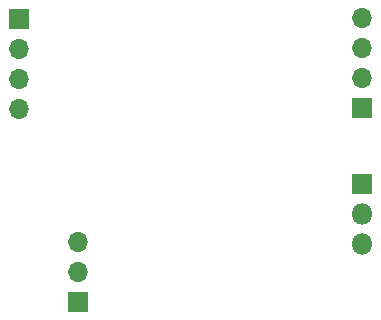
<source format=gbr>
%TF.GenerationSoftware,KiCad,Pcbnew,(5.1.9)-1*%
%TF.CreationDate,2023-08-30T23:21:40+03:00*%
%TF.ProjectId,uSoundGenerator,75536f75-6e64-4476-956e-657261746f72,rev?*%
%TF.SameCoordinates,Original*%
%TF.FileFunction,Copper,L2,Bot*%
%TF.FilePolarity,Positive*%
%FSLAX46Y46*%
G04 Gerber Fmt 4.6, Leading zero omitted, Abs format (unit mm)*
G04 Created by KiCad (PCBNEW (5.1.9)-1) date 2023-08-30 23:21:40*
%MOMM*%
%LPD*%
G01*
G04 APERTURE LIST*
%TA.AperFunction,ComponentPad*%
%ADD10O,1.800000X1.800000*%
%TD*%
%TA.AperFunction,ComponentPad*%
%ADD11R,1.800000X1.800000*%
%TD*%
%TA.AperFunction,ComponentPad*%
%ADD12O,1.700000X1.700000*%
%TD*%
%TA.AperFunction,ComponentPad*%
%ADD13R,1.700000X1.700000*%
%TD*%
G04 APERTURE END LIST*
D10*
%TO.P,Q3,3*%
%TO.N,Net-(Q2-Pad2)*%
X144000000Y-86080000D03*
%TO.P,Q3,2*%
%TO.N,Net-(C3-Pad1)*%
X144000000Y-83540000D03*
D11*
%TO.P,Q3,1*%
%TO.N,Net-(J3-Pad1)*%
X144000000Y-81000000D03*
%TD*%
D12*
%TO.P,J3,4*%
%TO.N,GND*%
X144000000Y-66920000D03*
%TO.P,J3,3*%
X144000000Y-69460000D03*
%TO.P,J3,2*%
X144000000Y-72000000D03*
D13*
%TO.P,J3,1*%
%TO.N,Net-(J3-Pad1)*%
X144000000Y-74540000D03*
%TD*%
D12*
%TO.P,J2,3*%
%TO.N,Net-(J2-Pad3)*%
X120000000Y-85920000D03*
%TO.P,J2,2*%
%TO.N,Net-(C1-Pad1)*%
X120000000Y-88460000D03*
D13*
%TO.P,J2,1*%
X120000000Y-91000000D03*
%TD*%
D12*
%TO.P,J1,4*%
%TO.N,GND*%
X115000000Y-74620000D03*
%TO.P,J1,3*%
X115000000Y-72080000D03*
%TO.P,J1,2*%
X115000000Y-69540000D03*
D13*
%TO.P,J1,1*%
%TO.N,+12V*%
X115000000Y-67000000D03*
%TD*%
M02*

</source>
